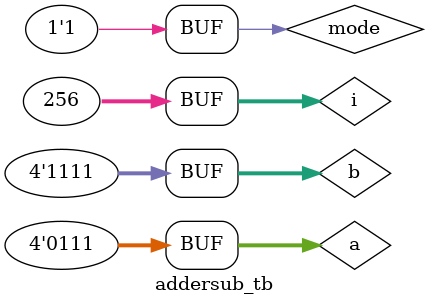
<source format=v>
module addersub(a,b,mode,s,cout);
input [3:0]a,b;
input mode;
output [3:0]s;
output cout;
wire b0,b1,b2,b3;
wire c1,c2,c3;
xor (b0,b[0],mode);
xor (b1,b[1],mode);
xor (b2,b[2],mode);
xor (b3,b[3],mode);

fulladder f1(a[0],b0,mode,s[0],c1);
fulladder f2(a[1],b1,c1,s[1],c2);
fulladder f3(a[2],b2,c2,s[2],c3);
fulladder f4(a[3],b3,c3,s[3],cout);
endmodule

module fulladder(a,b,c,s,cout);
input a,b,c;
output s,cout;
assign s=a^b^c;
assign cout =(a&b)||(b&c)||(c&a);
endmodule


module addersub_tb;
reg [3:0]a,b;
reg mode;
wire [3:0]s;
wire cout;
integer i;
addersub a1(a,b,mode,s,cout);
initial
begin
for (i=0;i<256;i=i+1)
begin
#2 {a,b,mode}=i;
end
end
endmodule

</source>
